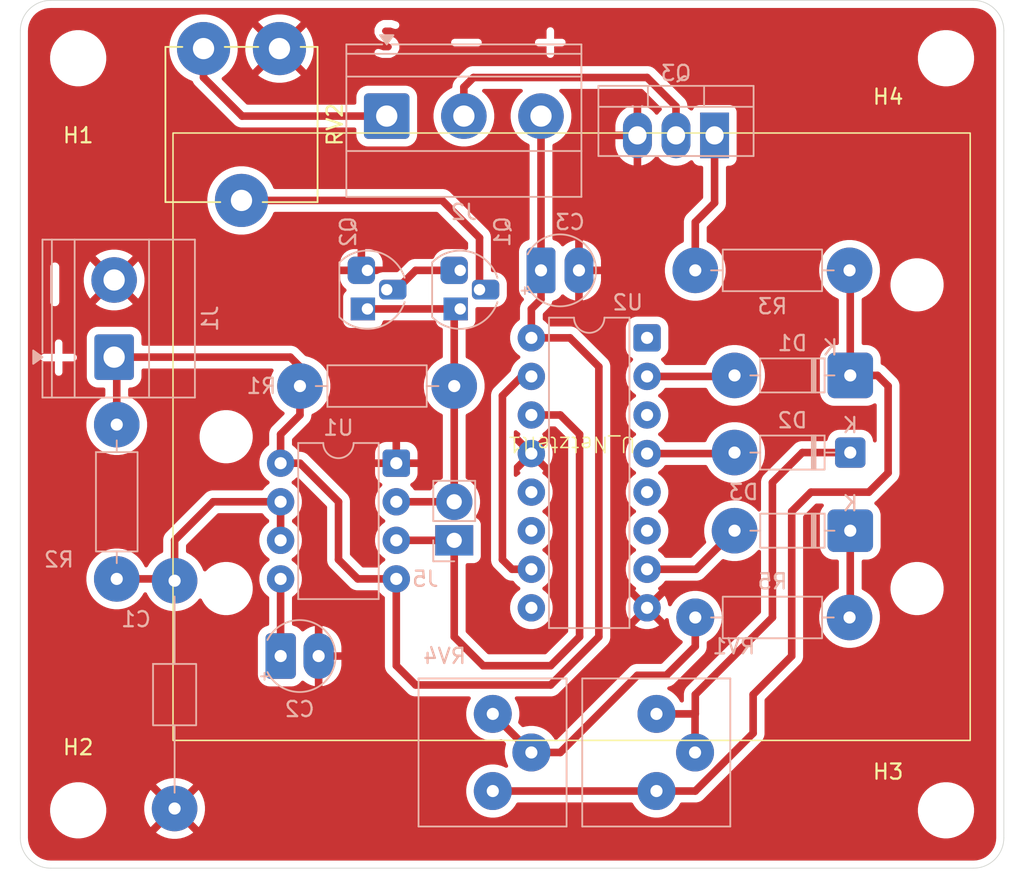
<source format=kicad_pcb>
(kicad_pcb (version 20241229) (generator "pcbnew") (generator_version "9.0")
  (title_block (title "Schreibtischlampe") (date "2025-11-21") (rev "2.0"))
  (layers (0 "F.Cu" signal) (2 "B.Cu" signal) (13 "F.Paste" user) (15 "B.Paste" user) (5 "F.SilkS" user "F.Silkscreen") (7 "B.SilkS" user "B.Silkscreen") (1 "F.Mask" user) (3 "B.Mask" user) (25 "Edge.Cuts" user))
  (net 0 "")
  (net 1 "Net-(U1-DIS)")
  (net 2 "GND")
  (net 3 "Net-(U1-CV)")
  (net 4 "Net-(J1-Pin_1)")
  (net 5 "Net-(D1-A)")
  (net 6 "Net-(D1-K)")
  (net 7 "Net-(D2-K)")
  (net 8 "Net-(D2-A)")
  (net 9 "Net-(D3-A)")
  (net 10 "Net-(D3-K)")
  (net 11 "Net-(J2-Pin_2)")
  (net 12 "Net-(J2-Pin_1)")
  (net 13 "Net-(Q1-E)")
  (net 14 "Net-(Q3-B)")
  (net 15 "Net-(R5-Pad2)")
  (net 23 "Net-(U2-Q4)")
  (net 24 "Net-(J5-Pin_1)")
  (net 25 "Net-(J5-Pin_2)")
  (net 26 "Net-(Q1-B)")
  (footprint "Libary:Recom_Netzteil_Footprint" (layer "F.Cu") (at 156.955 84.615 180)
    (property "Reference" "U_Netzteil1" (at 0 -0.5 180) (layer "F.SilkS") (effects (font (thickness 0.1))))
    (property "Value" "Recom Netzteil")
    (fp_rect (start -26.25 -20) (end 26.25 20) (stroke (width 0.1)) (fill no) (layer "F.SilkS"))
    (pad "" np_thru_hole circle (at -22.75 -10 180) (size 3 3) (drill 3) (layers "*.Cu" "*.Mask"))
    (pad "" np_thru_hole circle (at -22.75 10 180) (size 3 3) (drill 3) (layers "*.Cu" "*.Mask"))
    (pad "" np_thru_hole circle (at 22.75 -10 180) (size 3 3) (drill 3) (layers "*.Cu" "*.Mask"))
    (pad "" np_thru_hole circle (at 22.75 0 180) (size 3 3) (drill 3) (layers "*.Cu" "*.Mask"))
  )
  (footprint "MountingHole:MountingHole_3.2mm_M3" (layer "F.Cu") (at 181.61 59.69)
    (property "Reference" "H4" (at -3.81 2.54 0) (layer "F.SilkS"))
    (property "Value" "MountingHole")
    (pad "" np_thru_hole circle (at 0 0) (size 3.2 3.2) (drill 3.2) (layers "*.Cu" "*.Mask"))
  )
  (footprint "Potentiometer_THT:Potentiometer_ACP_CA9-V10_Vertical" (layer "F.Cu") (at 132.715 59.055 -90)
    (property "Reference" "RV2" (at 5 -8.65 90) (layer "F.SilkS"))
    (property "Value" "R_Potentiometer_Trim")
    (fp_line (start -0.11 2.51) (end -0.11 1.396) (stroke (width 0.12)) (layer "F.SilkS"))
    (fp_line (start 10.11 2.51) (end -0.11 2.51) (stroke (width 0.12)) (layer "F.SilkS"))
    (fp_line (start 10.11 -1.104) (end 10.11 2.51) (stroke (width 0.12)) (layer "F.SilkS"))
    (fp_line (start -0.11 -1.396) (end -0.11 -3.604) (stroke (width 0.12)) (layer "F.SilkS"))
    (fp_line (start -0.11 -6.396) (end -0.11 -7.51) (stroke (width 0.12)) (layer "F.SilkS"))
    (fp_line (start -0.11 -7.51) (end 10.11 -7.51) (stroke (width 0.12)) (layer "F.SilkS"))
    (fp_line (start 10.11 -7.51) (end 10.11 -3.896) (stroke (width 0.12)) (layer "F.SilkS"))
    (pad "1" thru_hole circle (at 0 0 270) (size 3.5 3.5) (drill 1.4) (layers "*.Cu" "*.Mask") (net 12 "Net-(J2-Pin_1)"))
    (pad "2" thru_hole circle (at 10 -2.5 270) (size 3.5 3.5) (drill 1.4) (layers "*.Cu" "*.Mask") (net 26 "Net-(Q1-B)"))
    (pad "3" thru_hole circle (at 0 -5 270) (size 3.5 3.5) (drill 1.4) (layers "*.Cu" "*.Mask") (net 2 "GND"))
  )
  (footprint "MountingHole:MountingHole_3.2mm_M3" (layer "F.Cu") (at 124.46 59.69)
    (property "Reference" "H1" (at 0 5.08 0) (layer "F.SilkS"))
    (property "Value" "MountingHole")
    (pad "" np_thru_hole circle (at 0 0) (size 3.2 3.2) (drill 3.2) (layers "*.Cu" "*.Mask"))
  )
  (footprint "MountingHole:MountingHole_3.2mm_M3" (layer "F.Cu") (at 124.46 109.22)
    (property "Reference" "H2" (at 0 -4.15 0) (layer "F.SilkS"))
    (property "Value" "MountingHole")
    (pad "" np_thru_hole circle (at 0 0) (size 3.2 3.2) (drill 3.2) (layers "*.Cu" "*.Mask"))
  )
  (footprint "MountingHole:MountingHole_3.2mm_M3" (layer "F.Cu") (at 181.61 109.22)
    (property "Reference" "H3" (at -3.81 -2.54 0) (layer "F.SilkS"))
    (property "Value" "MountingHole")
    (pad "" np_thru_hole circle (at 0 0) (size 3.2 3.2) (drill 3.2) (layers "*.Cu" "*.Mask"))
  )
  (footprint "TerminalBlock_Phoenix:TerminalBlock_Phoenix_MKDS-1,5-2-5.08_1x02_P5.08mm_Horizontal" (layer "B.Cu") (at 126.8275 79.375 90)
    (property "Reference" "J1" (at 2.54 6.32 90) (layer "B.SilkS") (effects (justify mirror)))
    (property "Value" "Versorgung")
    (fp_line (start 7.74 -4.72) (end 0.3 -4.72) (stroke (width 0.12)) (layer "B.SilkS"))
    (fp_line (start -0.3 -4.72) (end -2.66 -4.72) (stroke (width 0.12)) (layer "B.SilkS"))
    (fp_line (start -2.66 -4.72) (end -2.66 5.32) (stroke (width 0.12)) (layer "B.SilkS"))
    (fp_line (start -2.66 -4.1) (end 7.74 -4.1) (stroke (width 0.12)) (layer "B.SilkS"))
    (fp_line (start -2.66 -2.6) (end 7.74 -2.6) (stroke (width 0.12)) (layer "B.SilkS"))
    (fp_line (start -2.66 2.3) (end 7.74 2.3) (stroke (width 0.12)) (layer "B.SilkS"))
    (fp_line (start 7.74 5.32) (end 7.74 -4.72) (stroke (width 0.12)) (layer "B.SilkS"))
    (fp_line (start -2.66 5.32) (end 7.74 5.32) (stroke (width 0.12)) (layer "B.SilkS"))
    (fp_poly (pts (xy 0 -4.72) (xy 0.44 -5.33) (xy -0.44 -5.33)) (stroke (width 0.12)) (fill yes) (layer "B.SilkS"))
    (pad "1" thru_hole roundrect (at 0 0 90) (size 3 2.6) (drill 1.4) (layers "*.Cu" "*.Mask") (roundrect_rratio 0.096154) (net 4 "Net-(J1-Pin_1)"))
    (pad "2" thru_hole circle (at 5.08 0 90) (size 3 3) (drill 1.4) (layers "*.Cu" "*.Mask") (net 2 "GND"))
  )
  (footprint "Capacitor_THT:C_Axial_L3.8mm_D2.6mm_P15.00mm_Horizontal" (layer "B.Cu") (at 130.81 94.1 -90)
    (property "Reference" "C1" (at 2.54 2.54 180) (layer "B.SilkS") (effects (justify mirror)))
    (property "Value" "4,7µ")
    (fp_line (start 1.04 0) (end 5.48 0) (stroke (width 0.12)) (layer "B.SilkS"))
    (fp_line (start 13.96 0) (end 9.52 0) (stroke (width 0.12)) (layer "B.SilkS"))
    (fp_rect (start 5.48 1.42) (end 9.52 -1.42) (stroke (width 0.12)) (fill no) (layer "B.SilkS"))
    (pad "1" thru_hole circle (at 0 0 270) (size 3 3) (drill 0.8) (layers "*.Cu" "*.Mask") (net 1 "Net-(U1-DIS)"))
    (pad "2" thru_hole circle (at 15 0 270) (size 3 3) (drill 0.8) (layers "*.Cu" "*.Mask") (net 2 "GND"))
  )
  (footprint "Package_DIP:DIP-16_W7.62mm" (layer "B.Cu") (at 161.925 78.105 180)
    (property "Reference" "U2" (at 1.27 2.33 0) (layer "B.SilkS") (effects (justify mirror)))
    (property "Value" "4017")
    (fp_line (start 6.46 1.33) (end 4.81 1.33) (stroke (width 0.12)) (layer "B.SilkS"))
    (fp_line (start 6.46 -19.11) (end 6.46 1.33) (stroke (width 0.12)) (layer "B.SilkS"))
    (fp_line (start 2.81 1.33) (end 1.16 1.33) (stroke (width 0.12)) (layer "B.SilkS"))
    (fp_line (start 1.16 1.33) (end 1.16 -19.11) (stroke (width 0.12)) (layer "B.SilkS"))
    (fp_line (start 1.16 -19.11) (end 6.46 -19.11) (stroke (width 0.12)) (layer "B.SilkS"))
    (fp_arc (start 2.81 1.33) (mid 3.81 0.33) (end 4.81 1.33) (stroke (width 0.12)) (layer "B.SilkS"))
    (pad "1" thru_hole roundrect (at 0 0 180) (size 1.8 1.8) (drill 0.8) (layers "*.Cu" "*.Mask") (roundrect_rratio 0.15625))
    (pad "2" thru_hole circle (at 0 -2.54 180) (size 1.8 1.8) (drill 0.8) (layers "*.Cu" "*.Mask") (net 5 "Net-(D1-A)"))
    (pad "3" thru_hole circle (at 0 -5.08 180) (size 1.8 1.8) (drill 0.8) (layers "*.Cu" "*.Mask"))
    (pad "4" thru_hole circle (at 0 -7.62 180) (size 1.8 1.8) (drill 0.8) (layers "*.Cu" "*.Mask") (net 8 "Net-(D2-A)"))
    (pad "5" thru_hole circle (at 0 -10.16 180) (size 1.8 1.8) (drill 0.8) (layers "*.Cu" "*.Mask"))
    (pad "6" thru_hole circle (at 0 -12.7 180) (size 1.8 1.8) (drill 0.8) (layers "*.Cu" "*.Mask"))
    (pad "7" thru_hole circle (at 0 -15.24 180) (size 1.8 1.8) (drill 0.8) (layers "*.Cu" "*.Mask") (net 9 "Net-(D3-A)"))
    (pad "8" thru_hole circle (at 0 -17.78 180) (size 1.8 1.8) (drill 0.8) (layers "*.Cu" "*.Mask") (net 2 "GND"))
    (pad "9" thru_hole circle (at 7.62 -17.78 180) (size 1.8 1.8) (drill 0.8) (layers "*.Cu" "*.Mask"))
    (pad "10" thru_hole circle (at 7.62 -15.24 180) (size 1.8 1.8) (drill 0.8) (layers "*.Cu" "*.Mask") (net 23 "Net-(U2-Q4)"))
    (pad "11" thru_hole circle (at 7.62 -12.7 180) (size 1.8 1.8) (drill 0.8) (layers "*.Cu" "*.Mask"))
    (pad "12" thru_hole circle (at 7.62 -10.16 180) (size 1.8 1.8) (drill 0.8) (layers "*.Cu" "*.Mask"))
    (pad "13" thru_hole circle (at 7.62 -7.62 180) (size 1.8 1.8) (drill 0.8) (layers "*.Cu" "*.Mask") (net 2 "GND"))
    (pad "14" thru_hole circle (at 7.62 -5.08 180) (size 1.8 1.8) (drill 0.8) (layers "*.Cu" "*.Mask") (net 24 "Net-(J5-Pin_1)"))
    (pad "15" thru_hole circle (at 7.62 -2.54 180) (size 1.8 1.8) (drill 0.8) (layers "*.Cu" "*.Mask") (net 23 "Net-(U2-Q4)"))
    (pad "16" thru_hole circle (at 7.62 0 180) (size 1.8 1.8) (drill 0.8) (layers "*.Cu" "*.Mask") (net 4 "Net-(J1-Pin_1)"))
  )
  (footprint "Diode_THT:D_DO-35_SOD27_P7.62mm_Horizontal" (layer "B.Cu") (at 175.306144 85.659 180)
    (property "Reference" "D2" (at 3.81 2.12 0) (layer "B.SilkS") (effects (justify mirror)))
    (property "Value" "1N4148")
    (fp_line (start 6.58 0) (end 5.93 0) (stroke (width 0.12)) (layer "B.SilkS"))
    (fp_line (start 2.53 1.12) (end 2.53 -1.12) (stroke (width 0.12)) (layer "B.SilkS"))
    (fp_line (start 2.41 1.12) (end 2.41 -1.12) (stroke (width 0.12)) (layer "B.SilkS"))
    (fp_line (start 2.29 1.12) (end 2.29 -1.12) (stroke (width 0.12)) (layer "B.SilkS"))
    (fp_line (start 1.04 0) (end 1.69 0) (stroke (width 0.12)) (layer "B.SilkS"))
    (fp_rect (start 1.69 1.12) (end 5.93 -1.12) (stroke (width 0.12)) (fill no) (layer "B.SilkS"))
    (fp_text user "K" (at 0 1.8 0) (layer "B.SilkS") (effects (justify mirror)))
    (pad "1" thru_hole roundrect (at 0 0 180) (size 2 2) (drill 0.8) (layers "*.Cu" "*.Mask") (roundrect_rratio 0.15625) (net 7 "Net-(D2-K)"))
    (pad "2" thru_hole circle (at 7.62 0 180) (size 3 3) (drill 0.8) (layers "*.Cu" "*.Mask") (net 8 "Net-(D2-A)"))
  )
  (footprint "Resistor_THT:R_Axial_DIN0207_L6.3mm_D2.5mm_P10.16mm_Horizontal" (layer "B.Cu") (at 165.1 73.66)
    (property "Reference" "R3" (at 5.08 2.37 0) (layer "B.SilkS") (effects (justify mirror)))
    (property "Value" "4,7k")
    (fp_line (start 1.04 0) (end 1.81 0) (stroke (width 0.12)) (layer "B.SilkS"))
    (fp_line (start 9.12 0) (end 8.35 0) (stroke (width 0.12)) (layer "B.SilkS"))
    (fp_rect (start 1.81 1.37) (end 8.35 -1.37) (stroke (width 0.12)) (fill no) (layer "B.SilkS"))
    (pad "1" thru_hole circle (at 0 0) (size 3 3) (drill 0.8) (layers "*.Cu" "*.Mask") (net 14 "Net-(Q3-B)"))
    (pad "2" thru_hole circle (at 10.16 0) (size 3 3) (drill 0.8) (layers "*.Cu" "*.Mask") (net 6 "Net-(D1-K)"))
  )
  (footprint "Package_DIP:DIP-8_W7.62mm" (layer "B.Cu") (at 145.41 86.36 180)
    (property "Reference" "U1" (at 3.81 2.33 0) (layer "B.SilkS") (effects (justify mirror)))
    (property "Value" "NE555P")
    (fp_line (start 6.46 1.33) (end 4.81 1.33) (stroke (width 0.12)) (layer "B.SilkS"))
    (fp_line (start 6.46 -8.95) (end 6.46 1.33) (stroke (width 0.12)) (layer "B.SilkS"))
    (fp_line (start 2.81 1.33) (end 1.16 1.33) (stroke (width 0.12)) (layer "B.SilkS"))
    (fp_line (start 1.16 1.33) (end 1.16 -8.95) (stroke (width 0.12)) (layer "B.SilkS"))
    (fp_line (start 1.16 -8.95) (end 6.46 -8.95) (stroke (width 0.12)) (layer "B.SilkS"))
    (fp_arc (start 2.81 1.33) (mid 3.81 0.33) (end 4.81 1.33) (stroke (width 0.12)) (layer "B.SilkS"))
    (pad "1" thru_hole roundrect (at 0 0 180) (size 1.8 1.8) (drill 0.8) (layers "*.Cu" "*.Mask") (roundrect_rratio 0.15625) (net 2 "GND"))
    (pad "2" thru_hole circle (at 0 -2.54 180) (size 1.8 1.8) (drill 0.8) (layers "*.Cu" "*.Mask") (net 25 "Net-(J5-Pin_2)"))
    (pad "3" thru_hole circle (at 0 -5.08 180) (size 1.8 1.8) (drill 0.8) (layers "*.Cu" "*.Mask") (net 24 "Net-(J5-Pin_1)"))
    (pad "4" thru_hole circle (at 0 -7.62 180) (size 1.8 1.8) (drill 0.8) (layers "*.Cu" "*.Mask") (net 4 "Net-(J1-Pin_1)"))
    (pad "5" thru_hole circle (at 7.62 -7.62 180) (size 1.8 1.8) (drill 0.8) (layers "*.Cu" "*.Mask") (net 3 "Net-(U1-CV)"))
    (pad "6" thru_hole circle (at 7.62 -5.08 180) (size 1.8 1.8) (drill 0.8) (layers "*.Cu" "*.Mask") (net 1 "Net-(U1-DIS)"))
    (pad "7" thru_hole circle (at 7.62 -2.54 180) (size 1.8 1.8) (drill 0.8) (layers "*.Cu" "*.Mask") (net 1 "Net-(U1-DIS)"))
    (pad "8" thru_hole circle (at 7.62 0 180) (size 1.8 1.8) (drill 0.8) (layers "*.Cu" "*.Mask") (net 4 "Net-(J1-Pin_1)"))
  )
  (footprint "Package_TO_SOT_THT:TO-220-3_Vertical" (layer "B.Cu") (at 166.37 64.77 180)
    (property "Reference" "Q3" (at 2.54 4.1 0) (layer "B.SilkS") (effects (justify mirror)))
    (property "Value" "BD647")
    (fp_line (start 7.65 3.26) (end 7.65 -1.36) (stroke (width 0.12)) (layer "B.SilkS"))
    (fp_line (start 7.65 -1.36) (end -2.57 -1.36) (stroke (width 0.12)) (layer "B.SilkS"))
    (fp_line (start 4.39 3.26) (end 4.39 1.88) (stroke (width 0.12)) (layer "B.SilkS"))
    (fp_line (start 0.69 3.26) (end 0.69 1.88) (stroke (width 0.12)) (layer "B.SilkS"))
    (fp_line (start -2.57 3.26) (end 7.65 3.26) (stroke (width 0.12)) (layer "B.SilkS"))
    (fp_line (start -2.57 1.88) (end 7.65 1.88) (stroke (width 0.12)) (layer "B.SilkS"))
    (fp_line (start -2.57 -1.36) (end -2.57 3.26) (stroke (width 0.12)) (layer "B.SilkS"))
    (pad "1" thru_hole rect (at 0 0 180) (size 1.905 3) (drill 1.2) (layers "*.Cu" "*.Mask") (net 14 "Net-(Q3-B)"))
    (pad "2" thru_hole oval (at 2.54 0 180) (size 1.905 3) (drill 1.2) (layers "*.Cu" "*.Mask") (net 11 "Net-(J2-Pin_2)"))
    (pad "3" thru_hole oval (at 5.08 0 180) (size 1.905 3) (drill 1.2) (layers "*.Cu" "*.Mask") (net 2 "GND"))
  )
  (footprint "Resistor_THT:R_Axial_DIN0207_L6.3mm_D2.5mm_P10.16mm_Horizontal" (layer "B.Cu") (at 127 83.82 -90)
    (property "Reference" "R2" (at 8.89 3.81 0) (layer "B.SilkS") (effects (justify mirror)))
    (property "Value" "220k")
    (fp_line (start 1.04 0) (end 1.81 0) (stroke (width 0.12)) (layer "B.SilkS"))
    (fp_line (start 9.12 0) (end 8.35 0) (stroke (width 0.12)) (layer "B.SilkS"))
    (fp_rect (start 1.81 1.37) (end 8.35 -1.37) (stroke (width 0.12)) (fill no) (layer "B.SilkS"))
    (pad "1" thru_hole circle (at 0 0 270) (size 3 3) (drill 0.8) (layers "*.Cu" "*.Mask") (net 4 "Net-(J1-Pin_1)"))
    (pad "2" thru_hole circle (at 10.16 0 270) (size 3 3) (drill 0.8) (layers "*.Cu" "*.Mask") (net 1 "Net-(U1-DIS)"))
  )
  (footprint "Capacitor_THT:CP_Radial_Tantal_D4.5mm_P2.50mm" (layer "B.Cu") (at 154.94 73.66)
    (property "Reference" "C3" (at 1.905 -3.175 0) (layer "B.SilkS") (effects (justify mirror)))
    (property "Value" "100n")
    (fp_line (start -1.287288 1.335) (end -0.837288 1.335) (stroke (width 0.12)) (layer "B.SilkS"))
    (fp_line (start -1.062288 1.56) (end -1.062288 1.11) (stroke (width 0.12)) (layer "B.SilkS"))
    (fp_arc (start -0.869741 -1.06) (mid 3.62 0) (end -0.869741 1.06) (stroke (width 0.12)) (layer "B.SilkS"))
    (pad "1" thru_hole roundrect (at 0 0) (size 1.9 3) (drill 0.8) (layers "*.Cu" "*.Mask") (roundrect_rratio 0.15625) (net 4 "Net-(J1-Pin_1)"))
    (pad "2" thru_hole oval (at 2.5 0) (size 1.9 3) (drill 0.8) (layers "*.Cu" "*.Mask") (net 2 "GND"))
  )
  (footprint "Resistor_THT:R_Axial_DIN0207_L6.3mm_D2.5mm_P10.16mm_Horizontal" (layer "B.Cu") (at 175.26 96.52 180)
    (property "Reference" "R5" (at 5.08 2.37 0) (layer "B.SilkS") (effects (justify mirror)))
    (property "Value" "6k8")
    (fp_line (start 9.12 0) (end 8.35 0) (stroke (width 0.12)) (layer "B.SilkS"))
    (fp_line (start 1.04 0) (end 1.81 0) (stroke (width 0.12)) (layer "B.SilkS"))
    (fp_rect (start 1.81 1.37) (end 8.35 -1.37) (stroke (width 0.12)) (fill no) (layer "B.SilkS"))
    (pad "1" thru_hole circle (at 0 0 180) (size 3 3) (drill 0.8) (layers "*.Cu" "*.Mask") (net 10 "Net-(D3-K)"))
    (pad "2" thru_hole circle (at 10.16 0 180) (size 2.5 2.5) (drill 0.8) (layers "*.Cu" "*.Mask") (net 15 "Net-(R5-Pad2)"))
  )
  (footprint "Potentiometer_THT:Potentiometer_Bourns_3386P_Vertical" (layer "B.Cu") (at 151.765 102.87)
    (property "Reference" "RV4" (at -3.175 -3.81 0) (layer "B.SilkS") (effects (justify mirror)))
    (property "Value" "10k")
    (fp_line (start -4.89 -2.335) (end -4.89 7.415) (stroke (width 0.12)) (layer "B.SilkS"))
    (fp_line (start -4.89 7.415) (end 4.86 7.415) (stroke (width 0.12)) (layer "B.SilkS"))
    (fp_line (start 4.86 -2.335) (end -4.89 -2.335) (stroke (width 0.12)) (layer "B.SilkS"))
    (fp_line (start 4.86 7.415) (end 4.86 -2.335) (stroke (width 0.12)) (layer "B.SilkS"))
    (pad "1" thru_hole circle (at 0 0) (size 2.5 2.5) (drill 0.8) (layers "*.Cu" "*.Mask") (net 15 "Net-(R5-Pad2)"))
    (pad "2" thru_hole circle (at 2.54 2.54) (size 2.5 2.5) (drill 0.8) (layers "*.Cu" "*.Mask") (net 15 "Net-(R5-Pad2)"))
    (pad "3" thru_hole circle (at 0 5.08) (size 2.5 2.5) (drill 0.8) (layers "*.Cu" "*.Mask") (net 6 "Net-(D1-K)"))
  )
  (footprint "Package_TO_SOT_THT:TO-92L_HandSolder" (layer "B.Cu") (at 149.62 76.2 90)
    (property "Reference" "Q1" (at 5.08 2.78 90) (layer "B.SilkS") (effects (justify mirror)))
    (property "Value" "BC547")
    (fp_line (start -0.53 -1.85) (end 3.07 -1.85) (stroke (width 0.12)) (layer "B.SilkS"))
    (fp_arc (start 3.078445 -1.827684) (mid 3.769932 0.601036) (end 2.05 2.45) (stroke (width 0.12)) (layer "B.SilkS"))
    (fp_arc (start 0.45 2.45) (mid -1.247297 0.581475) (end -0.541453 -1.842156) (stroke (width 0.12)) (layer "B.SilkS"))
    (pad "1" thru_hole rect (at 0 0 90) (size 1.5 1.6) (drill 0.75 (offset 0 -0.3)) (layers "*.Cu" "*.Mask") (net 25 "Net-(J5-Pin_2)"))
    (pad "2" thru_hole roundrect (at 1.27 1.27 90) (size 1.3 1.8) (drill 0.75 (offset 0 0.4)) (layers "*.Cu" "*.Mask") (net 26 "Net-(Q1-B)"))
    (pad "3" thru_hole roundrect (at 2.54 0 90) (size 1.8 1.8) (drill 0.75 (offset 0 -0.4)) (layers "*.Cu" "*.Mask") (net 13 "Net-(Q1-E)"))
  )
  (footprint "Resistor_THT:R_Axial_DIN0207_L6.3mm_D2.5mm_P10.16mm_Horizontal" (layer "B.Cu") (at 139.065 81.28)
    (property "Reference" "R1" (at -2.54 0 0) (layer "B.SilkS") (effects (justify mirror)))
    (property "Value" "1M")
    (fp_line (start 1.04 0) (end 1.81 0) (stroke (width 0.12)) (layer "B.SilkS"))
    (fp_line (start 9.12 0) (end 8.35 0) (stroke (width 0.12)) (layer "B.SilkS"))
    (fp_rect (start 1.81 1.37) (end 8.35 -1.37) (stroke (width 0.12)) (fill no) (layer "B.SilkS"))
    (pad "1" thru_hole circle (at 0 0) (size 3 3) (drill 0.8) (layers "*.Cu" "*.Mask") (net 4 "Net-(J1-Pin_1)"))
    (pad "2" thru_hole circle (at 10.16 0) (size 3 3) (drill 0.8) (layers "*.Cu" "*.Mask") (net 25 "Net-(J5-Pin_2)"))
  )
  (footprint "Connector_PinHeader_2.54mm:PinHeader_1x02_P2.54mm_Vertical" (layer "B.Cu") (at 149.225 91.44)
    (property "Reference" "J5" (at -1.905 2.54 0) (layer "B.SilkS") (effects (justify mirror)))
    (property "Value" "Messpunkte")
    (fp_line (start -1.38 -3.92) (end 1.38 -3.92) (stroke (width 0.12)) (layer "B.SilkS"))
    (fp_line (start -1.38 -1.27) (end -1.38 -3.92) (stroke (width 0.12)) (layer "B.SilkS"))
    (fp_line (start -1.38 -1.27) (end 1.38 -1.27) (stroke (width 0.12)) (layer "B.SilkS"))
    (fp_line (start -1.38 0) (end -1.38 1.38) (stroke (width 0.12)) (layer "B.SilkS"))
    (fp_line (start -1.38 1.38) (end 0 1.38) (stroke (width 0.12)) (layer "B.SilkS"))
    (fp_line (start 1.38 -1.27) (end 1.38 -3.92) (stroke (width 0.12)) (layer "B.SilkS"))
    (pad "1" thru_hole rect (at 0 0) (size 2.5 2) (drill 1) (layers "*.Cu" "*.Mask") (net 24 "Net-(J5-Pin_1)"))
    (pad "2" thru_hole circle (at 0 -2.54) (size 2.4 2.4) (drill 1) (layers "*.Cu" "*.Mask") (net 25 "Net-(J5-Pin_2)"))
  )
  (footprint "Capacitor_THT:CP_Radial_Tantal_D4.5mm_P2.50mm" (layer "B.Cu") (at 137.795 99.06)
    (property "Reference" "C2" (at 1.25 3.5 0) (layer "B.SilkS") (effects (justify mirror)))
    (property "Value" "100n")
    (fp_line (start -1.287288 1.335) (end -0.837288 1.335) (stroke (width 0.12)) (layer "B.SilkS"))
    (fp_line (start -1.062288 1.56) (end -1.062288 1.11) (stroke (width 0.12)) (layer "B.SilkS"))
    (fp_arc (start -0.869741 -1.06) (mid 3.62 0) (end -0.869741 1.06) (stroke (width 0.12)) (layer "B.SilkS"))
    (pad "1" thru_hole roundrect (at 0 0) (size 2 3) (drill 0.8) (layers "*.Cu" "*.Mask") (roundrect_rratio 0.15625) (net 3 "Net-(U1-CV)"))
    (pad "2" thru_hole oval (at 2.5 0) (size 2 3) (drill 0.8) (layers "*.Cu" "*.Mask") (net 2 "GND"))
  )
  (footprint "Potentiometer_THT:Potentiometer_Bourns_3386P_Vertical" (layer "B.Cu") (at 162.545 102.87)
    (property "Reference" "RV1" (at 5.095 -4.445 0) (layer "B.SilkS") (effects (justify mirror)))
    (property "Value" "10k")
    (fp_line (start -4.89 -2.335) (end -4.89 7.415) (stroke (width 0.12)) (layer "B.SilkS"))
    (fp_line (start -4.89 7.415) (end 4.86 7.415) (stroke (width 0.12)) (layer "B.SilkS"))
    (fp_line (start 4.86 -2.335) (end -4.89 -2.335) (stroke (width 0.12)) (layer "B.SilkS"))
    (fp_line (start 4.86 7.415) (end 4.86 -2.335) (stroke (width 0.12)) (layer "B.SilkS"))
    (pad "1" thru_hole circle (at 0 0) (size 2.5 2.5) (drill 0.8) (layers "*.Cu" "*.Mask") (net 7 "Net-(D2-K)"))
    (pad "2" thru_hole circle (at 2.54 2.54) (size 2.5 2.5) (drill 0.8) (layers "*.Cu" "*.Mask") (net 7 "Net-(D2-K)"))
    (pad "3" thru_hole circle (at 0 5.08) (size 2.5 2.5) (drill 0.8) (layers "*.Cu" "*.Mask") (net 6 "Net-(D1-K)"))
  )
  (footprint "Package_TO_SOT_THT:TO-92L_HandSolder" (layer "B.Cu") (at 143.51 76.2 90)
    (property "Reference" "Q2" (at 5.08 -1.27 90) (layer "B.SilkS") (effects (justify mirror)))
    (property "Value" "BC547")
    (fp_line (start -0.53 -1.85) (end 3.07 -1.85) (stroke (width 0.12)) (layer "B.SilkS"))
    (fp_arc (start 3.078445 -1.827684) (mid 3.769932 0.601036) (end 2.05 2.45) (stroke (width 0.12)) (layer "B.SilkS"))
    (fp_arc (start 0.45 2.45) (mid -1.247297 0.581475) (end -0.541453 -1.842156) (stroke (width 0.12)) (layer "B.SilkS"))
    (pad "1" thru_hole rect (at 0 0 90) (size 1.5 1.6) (drill 0.75 (offset 0 -0.3)) (layers "*.Cu" "*.Mask") (net 25 "Net-(J5-Pin_2)"))
    (pad "2" thru_hole roundrect (at 1.27 1.27 90) (size 1.3 1.8) (drill 0.75 (offset 0 0.4)) (layers "*.Cu" "*.Mask") (net 13 "Net-(Q1-E)"))
    (pad "3" thru_hole roundrect (at 2.54 0 90) (size 1.8 1.8) (drill 0.75 (offset 0 -0.4)) (layers "*.Cu" "*.Mask") (net 2 "GND"))
  )
  (footprint "Diode_THT:D_DO-35_SOD27_P7.62mm_Horizontal" (layer "B.Cu") (at 175.306144 80.579 180)
    (property "Reference" "D1" (at 3.81 2.12 0) (layer "B.SilkS") (effects (justify mirror)))
    (property "Value" "1N4148")
    (fp_line (start 6.58 0) (end 5.93 0) (stroke (width 0.12)) (layer "B.SilkS"))
    (fp_line (start 2.53 1.12) (end 2.53 -1.12) (stroke (width 0.12)) (layer "B.SilkS"))
    (fp_line (start 2.41 1.12) (end 2.41 -1.12) (stroke (width 0.12)) (layer "B.SilkS"))
    (fp_line (start 2.29 1.12) (end 2.29 -1.12) (stroke (width 0.12)) (layer "B.SilkS"))
    (fp_line (start 1.04 0) (end 1.69 0) (stroke (width 0.12)) (layer "B.SilkS"))
    (fp_rect (start 1.69 1.12) (end 5.93 -1.12) (stroke (width 0.12)) (fill no) (layer "B.SilkS"))
    (fp_text user "K" (at 1.316144 1.839 0) (layer "B.SilkS") (effects (justify mirror)))
    (pad "1" thru_hole roundrect (at 0 0 180) (size 3 3) (drill 0.8) (layers "*.Cu" "*.Mask") (roundrect_rratio 0.15625) (net 6 "Net-(D1-K)"))
    (pad "2" thru_hole circle (at 7.62 0 180) (size 3 3) (drill 0.8) (layers "*.Cu" "*.Mask") (net 5 "Net-(D1-A)"))
  )
  (footprint "Diode_THT:D_DO-35_SOD27_P7.62mm_Horizontal" (layer "B.Cu") (at 175.306144 90.805 180)
    (property "Reference" "D3" (at 7.031144 2.54 0) (layer "B.SilkS") (effects (justify mirror)))
    (property "Value" "1N4148")
    (fp_line (start 6.58 0) (end 5.93 0) (stroke (width 0.12)) (layer "B.SilkS"))
    (fp_line (start 2.53 1.12) (end 2.53 -1.12) (stroke (width 0.12)) (layer "B.SilkS"))
    (fp_line (start 2.41 1.12) (end 2.41 -1.12) (stroke (width 0.12)) (layer "B.SilkS"))
    (fp_line (start 2.29 1.12) (end 2.29 -1.12) (stroke (width 0.12)) (layer "B.SilkS"))
    (fp_line (start 1.04 0) (end 1.69 0) (stroke (width 0.12)) (layer "B.SilkS"))
    (fp_rect (start 1.69 1.12) (end 5.93 -1.12) (stroke (width 0.12)) (fill no) (layer "B.SilkS"))
    (fp_text user "K" (at 0 1.8 0) (layer "B.SilkS") (effects (justify mirror)))
    (pad "1" thru_hole roundrect (at 0 0 180) (size 3 2.8) (drill 0.8) (layers "*.Cu" "*.Mask") (roundrect_rratio 0.15625) (net 10 "Net-(D3-K)"))
    (pad "2" thru_hole circle (at 7.62 0 180) (size 3 3) (drill 0.8) (layers "*.Cu" "*.Mask") (net 9 "Net-(D3-A)"))
  )
  (footprint "TerminalBlock_Phoenix:TerminalBlock_Phoenix_MKDS-1,5-3-5.08_1x03_P5.08mm_Horizontal" (layer "B.Cu") (at 144.78 63.5)
    (property "Reference" "J2" (at 5.08 6.32 0) (layer "B.SilkS") (effects (justify mirror)))
    (property "Value" "Lampenkopf")
    (fp_line (start -2.66 -4.72) (end -2.66 5.32) (stroke (width 0.12)) (layer "B.SilkS"))
    (fp_line (start -2.66 -4.1) (end 12.82 -4.1) (stroke (width 0.12)) (layer "B.SilkS"))
    (fp_line (start -2.66 -2.6) (end 12.82 -2.6) (stroke (width 0.12)) (layer "B.SilkS"))
    (fp_line (start -2.66 2.3) (end 12.82 2.3) (stroke (width 0.12)) (layer "B.SilkS"))
    (fp_line (start -2.66 5.32) (end 12.82 5.32) (stroke (width 0.12)) (layer "B.SilkS"))
    (fp_line (start -0.3 -4.72) (end -2.66 -4.72) (stroke (width 0.12)) (layer "B.SilkS"))
    (fp_line (start 12.82 -4.72) (end 0.3 -4.72) (stroke (width 0.12)) (layer "B.SilkS"))
    (fp_line (start 12.82 5.32) (end 12.82 -4.72) (stroke (width 0.12)) (layer "B.SilkS"))
    (fp_poly (pts (xy 0 -4.72) (xy 0.44 -5.33) (xy -0.44 -5.33)) (stroke (width 0.12)) (fill yes) (layer "B.SilkS"))
    (pad "1" thru_hole roundrect (at 0 0) (size 3 3) (drill 1.4) (layers "*.Cu" "*.Mask") (roundrect_rratio 0.096154) (net 12 "Net-(J2-Pin_1)"))
    (pad "2" thru_hole circle (at 5.08 0) (size 3 3) (drill 1.4) (layers "*.Cu" "*.Mask") (net 11 "Net-(J2-Pin_2)"))
    (pad "3" thru_hole circle (at 10.16 0) (size 3 3) (drill 1.4) (layers "*.Cu" "*.Mask") (net 4 "Net-(J1-Pin_1)"))
  )
  (gr_line (start 122.65 55.88) (end 183.42 55.88) (stroke (width 0.05)) (layer "Edge.Cuts"))
  (gr_arc (start 185.42 111.03) (mid 184.834214 112.444214) (end 183.42 113.03) (stroke (width 0.05)) (layer "Edge.Cuts"))
  (gr_line (start 120.65 111.03) (end 120.65 57.88) (stroke (width 0.05)) (layer "Edge.Cuts"))
  (gr_arc (start 120.65 57.88) (mid 121.235786 56.465786) (end 122.65 55.88) (stroke (width 0.05)) (layer "Edge.Cuts"))
  (gr_arc (start 183.42 55.88) (mid 184.834214 56.465786) (end 185.42 57.88) (stroke (width 0.05)) (layer "Edge.Cuts"))
  (gr_line (start 183.42 113.03) (end 122.65 113.03) (stroke (width 0.05)) (layer "Edge.Cuts"))
  (gr_arc (start 122.65 113.03) (mid 121.235786 112.444214) (end 120.65 111.03) (stroke (width 0.05)) (layer "Edge.Cuts"))
  (gr_line (start 185.42 57.88) (end 185.42 111.03) (stroke (width 0.05)) (layer "Edge.Cuts"))
  (gr_text "S  -  +" (at 143.51 59.69 0) (layer "F.Cu" knockout) (effects (font (size 2 2) (thickness 0.5) (bold yes)) (justify left bottom)))
  (gr_text "-" (at 124.46 76.835 90) (layer "F.Cu" knockout) (effects (font (size 3 3) (thickness 0.6) (bold yes)) (justify left bottom)))
  (gr_text "+" (at 124.46 81.28 90) (layer "F.Cu" knockout) (effects (font (size 2.5 2.5) (thickness 0.5) (bold yes)) (justify left bottom)))
  (segment (start 127 93.98) (end 130.69 93.98) (width 0.5) (layer "F.Cu") (net 1))
  (segment (start 130.69 93.98) (end 130.81 94.1) (width 0.5) (layer "F.Cu") (net 1))
  (segment (start 133.35 88.9) (end 137.79 88.9) (width 0.5) (layer "F.Cu") (net 1))
  (segment (start 130.81 91.44) (end 133.35 88.9) (width 0.5) (layer "F.Cu") (net 1))
  (segment (start 130.81 94.1) (end 130.81 91.44) (width 0.5) (layer "F.Cu") (net 1))
  (segment (start 137.79 88.9) (end 137.79 91.44) (width 0.5) (layer "F.Cu") (net 1))
  (segment (start 137.79 98.42) (end 137.79 93.98) (width 0.5) (layer "F.Cu") (net 3))
  (segment (start 137.795 99.06) (end 137.795 98.425) (width 0.5) (layer "F.Cu") (net 3))
  (segment (start 137.795 98.425) (end 137.79 98.42) (width 0.5) (layer "F.Cu") (net 3))
  (segment (start 139.065 86.36) (end 141.605 88.9) (width 0.5) (layer "F.Cu") (net 4))
  (segment (start 154.305 78.105) (end 154.305 76.2) (width 0.5) (layer "F.Cu") (net 4))
  (segment (start 146.685 100.965) (end 155.575 100.965) (width 0.5) (layer "F.Cu") (net 4))
  (segment (start 141.605 88.9) (end 141.605 92.71) (width 0.5) (layer "F.Cu") (net 4))
  (segment (start 154.94 75.565) (end 154.94 73.66) (width 0.5) (layer "F.Cu") (net 4))
  (segment (start 139.065 83.185) (end 139.065 81.28) (width 0.5) (layer "F.Cu") (net 4))
  (segment (start 156.845 78.105) (end 154.305 78.105) (width 0.5) (layer "F.Cu") (net 4))
  (segment (start 127 83.82) (end 127 79.5475) (width 0.5) (layer "F.Cu") (net 4))
  (segment (start 145.41 99.69) (end 146.685 100.965) (width 0.5) (layer "F.Cu") (net 4))
  (segment (start 154.94 63.5) (end 154.94 73.66) (width 0.5) (layer "F.Cu") (net 4))
  (segment (start 141.605 92.71) (end 142.875 93.98) (width 0.5) (layer "F.Cu") (net 4))
  (segment (start 138.43 79.375) (end 126.8275 79.375) (width 0.5) (layer "F.Cu") (net 4))
  (segment (start 154.305 76.2) (end 154.94 75.565) (width 0.5) (layer "F.Cu") (net 4))
  (segment (start 137.79 86.36) (end 137.79 84.46) (width 0.5) (layer "F.Cu") (net 4))
  (segment (start 158.75 97.79) (end 158.75 80.01) (width 0.5) (layer "F.Cu") (net 4))
  (segment (start 137.79 84.46) (end 139.065 83.185) (width 0.5) (layer "F.Cu") (net 4))
  (segment (start 139.065 81.28) (end 139.065 80.01) (width 0.5) (layer "F.Cu") (net 4))
  (segment (start 145.41 93.98) (end 145.41 99.69) (width 0.5) (layer "F.Cu") (net 4))
  (segment (start 127 79.5475) (end 126.8275 79.375) (width 0.5) (layer "F.Cu") (net 4))
  (segment (start 158.75 80.01) (end 156.845 78.105) (width 0.5) (layer "F.Cu") (net 4))
  (segment (start 142.875 93.98) (end 145.41 93.98) (width 0.5) (layer "F.Cu") (net 4))
  (segment (start 139.065 80.01) (end 138.43 79.375) (width 0.5) (layer "F.Cu") (net 4))
  (segment (start 137.79 86.36) (end 139.065 86.36) (width 0.5) (layer "F.Cu") (net 4))
  (segment (start 155.575 100.965) (end 158.75 97.79) (width 0.5) (layer "F.Cu") (net 4))
  (segment (start 161.925 80.645) (end 167.620144 80.645) (width 0.5) (layer "F.Cu") (net 5))
  (segment (start 167.620144 80.645) (end 167.686144 80.579) (width 0.5) (layer "F.Cu") (net 5))
  (segment (start 162.545 107.95) (end 165.1 107.95) (width 0.5) (layer "F.Cu") (net 6))
  (segment (start 177.8 81.28) (end 177.099 80.579) (width 0.5) (layer "F.Cu") (net 6))
  (segment (start 171.45 89.535) (end 172.72 88.265) (width 0.5) (layer "F.Cu") (net 6))
  (segment (start 175.306144 73.706144) (end 175.26 73.66) (width 0.5) (layer "F.Cu") (net 6))
  (segment (start 168.91 104.14) (end 168.91 101.6) (width 0.5) (layer "F.Cu") (net 6))
  (segment (start 175.306144 80.579) (end 175.306144 73.706144) (width 0.5) (layer "F.Cu") (net 6))
  (segment (start 172.72 88.265) (end 176.53 88.265) (width 0.5) (layer "F.Cu") (net 6))
  (segment (start 171.45 99.06) (end 171.45 89.535) (width 0.5) (layer "F.Cu") (net 6))
  (segment (start 176.53 88.265) (end 177.8 86.995) (width 0.5) (layer "F.Cu") (net 6))
  (segment (start 177.099 80.579) (end 175.306144 80.579) (width 0.5) (layer "F.Cu") (net 6))
  (segment (start 162.545 107.95) (end 151.765 107.95) (width 0.5) (layer "F.Cu") (net 6))
  (segment (start 165.1 107.95) (end 168.91 104.14) (width 0.5) (layer "F.Cu") (net 6))
  (segment (start 168.91 101.6) (end 171.45 99.06) (width 0.5) (layer "F.Cu") (net 6))
  (segment (start 177.8 86.995) (end 177.8 81.28) (width 0.5) (layer "F.Cu") (net 6))
  (segment (start 165.1 102.87) (end 165.085 102.885) (width 0.5) (layer "F.Cu") (net 7))
  (segment (start 170.18 96.52) (end 165.1 101.6) (width 0.5) (layer "F.Cu") (net 7))
  (segment (start 172.151 85.659) (end 170.18 87.63) (width 0.5) (layer "F.Cu") (net 7))
  (segment (start 165.1 101.6) (end 165.1 102.87) (width 0.5) (layer "F.Cu") (net 7))
  (segment (start 165.1 102.87) (end 162.545 102.87) (width 0.5) (layer "F.Cu") (net 7))
  (segment (start 175.306144 85.659) (end 172.151 85.659) (width 0.5) (layer "F.Cu") (net 7))
  (segment (start 165.085 102.885) (end 165.085 105.41) (width 0.5) (layer "F.Cu") (net 7))
  (segment (start 170.18 87.63) (end 170.18 96.52) (width 0.5) (layer "F.Cu") (net 7))
  (segment (start 161.925 85.725) (end 167.620144 85.725) (width 0.5) (layer "F.Cu") (net 8))
  (segment (start 167.620144 85.725) (end 167.686144 85.659) (width 0.5) (layer "F.Cu") (net 8))
  (segment (start 161.925 93.345) (end 165.146144 93.345) (width 0.5) (layer "F.Cu") (net 9))
  (segment (start 165.146144 93.345) (end 167.686144 90.805) (width 0.5) (layer "F.Cu") (net 9))
  (segment (start 175.306144 90.805) (end 175.306144 96.473856) (width 0.5) (layer "F.Cu") (net 10))
  (segment (start 175.306144 96.473856) (end 175.26 96.52) (width 0.5) (layer "F.Cu") (net 10))
  (segment (start 150.495 60.96) (end 161.925 60.96) (width 0.5) (layer "F.Cu") (net 11))
  (segment (start 163.83 62.865) (end 163.83 64.77) (width 0.5) (layer "F.Cu") (net 11))
  (segment (start 149.86 61.595) (end 150.495 60.96) (width 0.5) (layer "F.Cu") (net 11))
  (segment (start 149.86 63.5) (end 149.86 61.595) (width 0.5) (layer "F.Cu") (net 11))
  (segment (start 161.925 60.96) (end 163.83 62.865) (width 0.5) (layer "F.Cu") (net 11))
  (segment (start 135.255 63.5) (end 144.78 63.5) (width 0.5) (layer "F.Cu") (net 12))
  (segment (start 132.715 60.96) (end 135.255 63.5) (width 0.5) (layer "F.Cu") (net 12))
  (segment (start 132.715 59.055) (end 132.715 60.96) (width 0.5) (layer "F.Cu") (net 12))
  (segment (start 146.685 73.66) (end 149.62 73.66) (width 0.5) (layer "F.Cu") (net 13))
  (segment (start 145.415 74.93) (end 146.685 73.66) (width 0.5) (layer "F.Cu") (net 13))
  (segment (start 144.78 74.93) (end 145.415 74.93) (width 0.5) (layer "F.Cu") (net 13))
  (segment (start 166.37 69.215) (end 166.37 64.77) (width 0.5) (layer "F.Cu") (net 14))
  (segment (start 165.1 70.485) (end 166.37 69.215) (width 0.5) (layer "F.Cu") (net 14))
  (segment (start 165.1 73.66) (end 165.1 70.485) (width 0.5) (layer "F.Cu") (net 14))
  (segment (start 156.21 105.41) (end 161.29 100.33) (width 0.5) (layer "F.Cu") (net 15))
  (segment (start 151.765 102.87) (end 154.305 105.41) (width 0.5) (layer "F.Cu") (net 15))
  (segment (start 154.305 105.41) (end 156.21 105.41) (width 0.5) (layer "F.Cu") (net 15))
  (segment (start 161.29 100.33) (end 163.195 100.33) (width 0.5) (layer "F.Cu") (net 15))
  (segment (start 165.1 96.52) (end 165.1 98.425) (width 0.5) (layer "F.Cu") (net 15))
  (segment (start 163.195 100.33) (end 165.1 98.425) (width 0.5) (layer "F.Cu") (net 15))
  (segment (start 152.4 81.915) (end 152.4 92.71) (width 0.5) (layer "F.Cu") (net 23))
  (segment (start 153.035 93.345) (end 154.305 93.345) (width 0.5) (layer "F.Cu") (net 23))
  (segment (start 154.305 80.645) (end 153.67 80.645) (width 0.5) (layer "F.Cu") (net 23))
  (segment (start 152.4 92.71) (end 153.035 93.345) (width 0.5) (layer "F.Cu") (net 23))
  (segment (start 153.67 80.645) (end 152.4 81.915) (width 0.5) (layer "F.Cu") (net 23))
  (segment (start 149.225 97.79) (end 151.13 99.695) (width 0.5) (layer "F.Cu") (net 24))
  (segment (start 156.21 83.185) (end 154.305 83.185) (width 0.5) (layer "F.Cu") (net 24))
  (segment (start 149.225 91.44) (end 149.225 97.79) (width 0.5) (layer "F.Cu") (net 24))
  (segment (start 157.48 97.79) (end 157.48 84.455) (width 0.5) (layer "F.Cu") (net 24))
  (segment (start 155.575 99.695) (end 157.48 97.79) (width 0.5) (layer "F.Cu") (net 24))
  (segment (start 157.48 84.455) (end 156.21 83.185) (width 0.5) (layer "F.Cu") (net 24))
  (segment (start 151.13 99.695) (end 155.575 99.695) (width 0.5) (layer "F.Cu") (net 24))
  (segment (start 145.41 91.44) (end 149.225 91.44) (width 0.5) (layer "F.Cu") (net 24))
  (segment (start 149.225 81.28) (end 149.225 88.9) (width 0.5) (layer "F.Cu") (net 25))
  (segment (start 143.51 76.2) (end 149.62 76.2) (width 0.5) (layer "F.Cu") (net 25))
  (segment (start 145.41 88.9) (end 149.225 88.9) (width 0.5) (layer "F.Cu") (net 25))
  (segment (start 149.225 76.595) (end 149.62 76.2) (width 0.5) (layer "F.Cu") (net 25))
  (segment (start 149.225 81.28) (end 149.225 76.595) (width 0.5) (layer "F.Cu") (net 25))
  (segment (start 151.13 74.69) (end 150.89 74.93) (width 0.5) (layer "F.Cu") (net 26))
  (segment (start 148.43 69.055) (end 135.215 69.055) (width 0.5) (layer "F.Cu") (net 26))
  (segment (start 150.89 71.515) (end 148.43 69.055) (width 0.5) (layer "F.Cu") (net 26))
  (segment (start 150.89 74.93) (end 150.89 71.515) (width 0.5) (layer "F.Cu") (net 26))
  (zone (net 2) (net_name "GND") (layer "F.Cu") (connect_pads (clearance 0.5)) (min_thickness 0.25) (fill yes (thermal_gap 0.5) (thermal_bridge_width 0.5) (smoothing fillet) (radius 2))
    (polygon (pts (xy 120.65 55.88) (xy 185.42 55.88) (xy 185.42 113.03) (xy 120.65 113.03)))
  )
)
</source>
